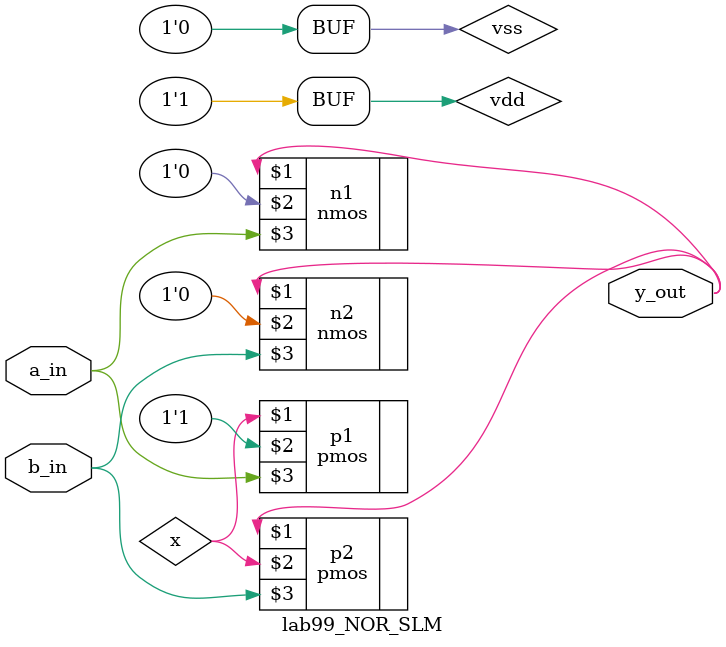
<source format=v>
`timescale 1ns / 1ps


module lab99_NOR_SLM(
  input a_in, b_in,
        output y_out       
    );

    wire x;
    
    supply1 vdd;
    supply0 vss;
    
    pmos p1(x,    vdd, a_in);
    pmos p2(y_out, x,  b_in);
    
    nmos n1(y_out, vss, a_in);
    nmos n2(y_out, vss, b_in);

endmodule

</source>
